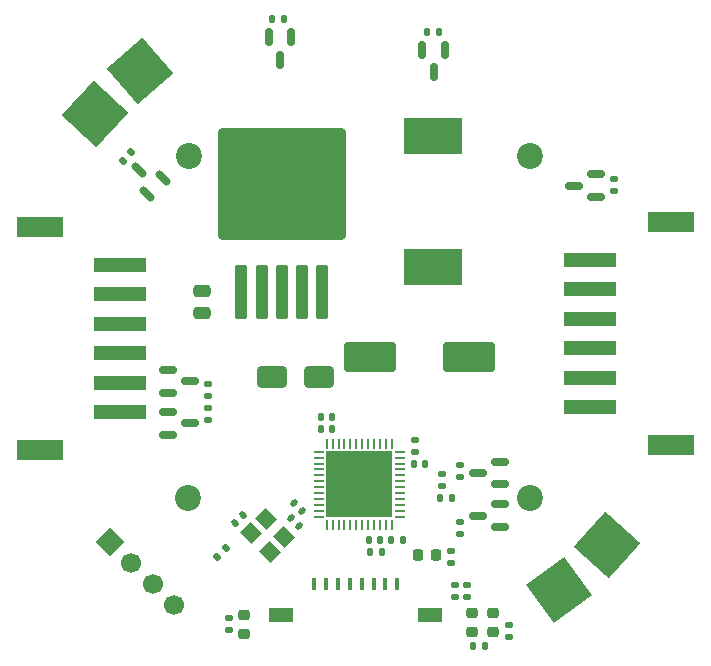
<source format=gbr>
%TF.GenerationSoftware,KiCad,Pcbnew,8.0.1*%
%TF.CreationDate,2024-11-14T00:10:28-08:00*%
%TF.ProjectId,motor_control_design,6d6f746f-725f-4636-9f6e-74726f6c5f64,rev?*%
%TF.SameCoordinates,Original*%
%TF.FileFunction,Soldermask,Top*%
%TF.FilePolarity,Negative*%
%FSLAX46Y46*%
G04 Gerber Fmt 4.6, Leading zero omitted, Abs format (unit mm)*
G04 Created by KiCad (PCBNEW 8.0.1) date 2024-11-14 00:10:28*
%MOMM*%
%LPD*%
G01*
G04 APERTURE LIST*
G04 Aperture macros list*
%AMRoundRect*
0 Rectangle with rounded corners*
0 $1 Rounding radius*
0 $2 $3 $4 $5 $6 $7 $8 $9 X,Y pos of 4 corners*
0 Add a 4 corners polygon primitive as box body*
4,1,4,$2,$3,$4,$5,$6,$7,$8,$9,$2,$3,0*
0 Add four circle primitives for the rounded corners*
1,1,$1+$1,$2,$3*
1,1,$1+$1,$4,$5*
1,1,$1+$1,$6,$7*
1,1,$1+$1,$8,$9*
0 Add four rect primitives between the rounded corners*
20,1,$1+$1,$2,$3,$4,$5,0*
20,1,$1+$1,$4,$5,$6,$7,0*
20,1,$1+$1,$6,$7,$8,$9,0*
20,1,$1+$1,$8,$9,$2,$3,0*%
%AMHorizOval*
0 Thick line with rounded ends*
0 $1 width*
0 $2 $3 position (X,Y) of the first rounded end (center of the circle)*
0 $4 $5 position (X,Y) of the second rounded end (center of the circle)*
0 Add line between two ends*
20,1,$1,$2,$3,$4,$5,0*
0 Add two circle primitives to create the rounded ends*
1,1,$1,$2,$3*
1,1,$1,$4,$5*%
%AMRotRect*
0 Rectangle, with rotation*
0 The origin of the aperture is its center*
0 $1 length*
0 $2 width*
0 $3 Rotation angle, in degrees counterclockwise*
0 Add horizontal line*
21,1,$1,$2,0,0,$3*%
G04 Aperture macros list end*
%ADD10RoundRect,0.140000X0.219203X0.021213X0.021213X0.219203X-0.219203X-0.021213X-0.021213X-0.219203X0*%
%ADD11RoundRect,0.135000X0.185000X-0.135000X0.185000X0.135000X-0.185000X0.135000X-0.185000X-0.135000X0*%
%ADD12RoundRect,0.150000X0.521491X-0.309359X-0.309359X0.521491X-0.521491X0.309359X0.309359X-0.521491X0*%
%ADD13RoundRect,0.218750X0.256250X-0.218750X0.256250X0.218750X-0.256250X0.218750X-0.256250X-0.218750X0*%
%ADD14RoundRect,0.135000X-0.185000X0.135000X-0.185000X-0.135000X0.185000X-0.135000X0.185000X0.135000X0*%
%ADD15RoundRect,0.250000X-0.475000X0.250000X-0.475000X-0.250000X0.475000X-0.250000X0.475000X0.250000X0*%
%ADD16RoundRect,0.218750X-0.218750X-0.256250X0.218750X-0.256250X0.218750X0.256250X-0.218750X0.256250X0*%
%ADD17RoundRect,0.135000X-0.035355X0.226274X-0.226274X0.035355X0.035355X-0.226274X0.226274X-0.035355X0*%
%ADD18RoundRect,0.140000X-0.140000X-0.170000X0.140000X-0.170000X0.140000X0.170000X-0.140000X0.170000X0*%
%ADD19RoundRect,0.062500X0.062500X-0.375000X0.062500X0.375000X-0.062500X0.375000X-0.062500X-0.375000X0*%
%ADD20RoundRect,0.062500X0.375000X-0.062500X0.375000X0.062500X-0.375000X0.062500X-0.375000X-0.062500X0*%
%ADD21R,5.600000X5.600000*%
%ADD22RoundRect,0.250000X-1.000000X-0.650000X1.000000X-0.650000X1.000000X0.650000X-1.000000X0.650000X0*%
%ADD23RotRect,4.000000X4.000000X227.000000*%
%ADD24R,0.400000X1.000000*%
%ADD25R,2.000000X1.300000*%
%ADD26RoundRect,0.135000X0.135000X0.185000X-0.135000X0.185000X-0.135000X-0.185000X0.135000X-0.185000X0*%
%ADD27RoundRect,0.140000X-0.170000X0.140000X-0.170000X-0.140000X0.170000X-0.140000X0.170000X0.140000X0*%
%ADD28RoundRect,0.250000X-1.950000X-1.000000X1.950000X-1.000000X1.950000X1.000000X-1.950000X1.000000X0*%
%ADD29C,2.200000*%
%ADD30RoundRect,0.150000X-0.150000X0.587500X-0.150000X-0.587500X0.150000X-0.587500X0.150000X0.587500X0*%
%ADD31RoundRect,0.150000X0.587500X0.150000X-0.587500X0.150000X-0.587500X-0.150000X0.587500X-0.150000X0*%
%ADD32RotRect,1.700000X1.700000X45.000000*%
%ADD33HorizOval,1.700000X0.000000X0.000000X0.000000X0.000000X0*%
%ADD34RotRect,4.000000X4.000000X131.000000*%
%ADD35RoundRect,0.150000X-0.587500X-0.150000X0.587500X-0.150000X0.587500X0.150000X-0.587500X0.150000X0*%
%ADD36RoundRect,0.250000X0.300000X-2.050000X0.300000X2.050000X-0.300000X2.050000X-0.300000X-2.050000X0*%
%ADD37RoundRect,0.250002X5.149998X-4.449998X5.149998X4.449998X-5.149998X4.449998X-5.149998X-4.449998X0*%
%ADD38RotRect,4.000000X4.000000X138.000000*%
%ADD39RotRect,1.400000X1.200000X135.000000*%
%ADD40RoundRect,0.140000X0.021213X-0.219203X0.219203X-0.021213X-0.021213X0.219203X-0.219203X0.021213X0*%
%ADD41RoundRect,0.135000X-0.135000X-0.185000X0.135000X-0.185000X0.135000X0.185000X-0.135000X0.185000X0*%
%ADD42RoundRect,0.140000X0.140000X0.170000X-0.140000X0.170000X-0.140000X-0.170000X0.140000X-0.170000X0*%
%ADD43R,4.495800X1.295400*%
%ADD44R,3.911600X1.803400*%
%ADD45RoundRect,0.135000X0.035355X-0.226274X0.226274X-0.035355X-0.035355X0.226274X-0.226274X0.035355X0*%
%ADD46RotRect,4.000000X4.000000X36.000000*%
%ADD47R,5.000000X3.100000*%
G04 APERTURE END LIST*
D10*
%TO.C,C4*%
X144484411Y-104733411D03*
X143805589Y-104054589D03*
%TD*%
D11*
%TO.C,R21*%
X157861000Y-106681999D03*
X157861000Y-105662001D03*
%TD*%
D12*
%TO.C,Q13*%
X131337074Y-77816577D03*
X132680577Y-76473074D03*
X130683000Y-75819000D03*
%TD*%
D13*
%TO.C,D2*%
X158879000Y-114937000D03*
X158879000Y-113361998D03*
%TD*%
D14*
%TO.C,R3*%
X157480000Y-110996001D03*
X157480000Y-112015999D03*
%TD*%
D15*
%TO.C,C14*%
X136017000Y-86045001D03*
X136017000Y-87944999D03*
%TD*%
D16*
%TO.C,FB1*%
X154279500Y-108458000D03*
X155854500Y-108458000D03*
%TD*%
D17*
%TO.C,R1*%
X138028624Y-107843376D03*
X137307376Y-108564624D03*
%TD*%
D18*
%TO.C,C7*%
X153952000Y-100711000D03*
X154912000Y-100711000D03*
%TD*%
D19*
%TO.C,U1*%
X146583570Y-105864500D03*
X147083570Y-105864500D03*
X147583571Y-105864500D03*
X148083570Y-105864500D03*
X148583569Y-105864500D03*
X149083570Y-105864500D03*
X149583570Y-105864500D03*
X150083571Y-105864500D03*
X150583570Y-105864500D03*
X151083569Y-105864500D03*
X151583570Y-105864500D03*
X152083570Y-105864500D03*
D20*
X152771070Y-105177000D03*
X152771070Y-104677000D03*
X152771070Y-104176999D03*
X152771070Y-103677000D03*
X152771070Y-103177001D03*
X152771070Y-102677000D03*
X152771070Y-102177000D03*
X152771070Y-101676999D03*
X152771070Y-101177000D03*
X152771070Y-100677001D03*
X152771070Y-100177000D03*
X152771070Y-99677000D03*
D19*
X152083570Y-98989500D03*
X151583570Y-98989500D03*
X151083569Y-98989500D03*
X150583570Y-98989500D03*
X150083571Y-98989500D03*
X149583570Y-98989500D03*
X149083570Y-98989500D03*
X148583569Y-98989500D03*
X148083570Y-98989500D03*
X147583571Y-98989500D03*
X147083570Y-98989500D03*
X146583570Y-98989500D03*
D20*
X145896070Y-99677000D03*
X145896070Y-100177000D03*
X145896070Y-100677001D03*
X145896070Y-101177000D03*
X145896070Y-101676999D03*
X145896070Y-102177000D03*
X145896070Y-102677000D03*
X145896070Y-103177001D03*
X145896070Y-103677000D03*
X145896070Y-104176999D03*
X145896070Y-104677000D03*
X145896070Y-105177000D03*
D21*
X149333570Y-102427000D03*
%TD*%
D22*
%TO.C,D11*%
X141922998Y-93345000D03*
X145923000Y-93345000D03*
%TD*%
D23*
%TO.C,J4*%
X127000000Y-71120000D03*
%TD*%
D13*
%TO.C,D3*%
X160657000Y-114937000D03*
X160657000Y-113361998D03*
%TD*%
D24*
%TO.C,J5*%
X145548000Y-110838000D03*
X146548000Y-110838000D03*
X147548000Y-110838000D03*
X148548000Y-110838000D03*
X149548000Y-110838000D03*
X150548000Y-110838000D03*
X151548000Y-110838000D03*
X152548000Y-110838000D03*
D25*
X142748000Y-113538000D03*
X155348000Y-113538000D03*
%TD*%
D26*
%TO.C,R24*%
X156084999Y-64135000D03*
X155065001Y-64135000D03*
%TD*%
D27*
%TO.C,C11*%
X157099000Y-108105000D03*
X157099000Y-109065000D03*
%TD*%
D28*
%TO.C,C15*%
X150241000Y-91694000D03*
X158641000Y-91694000D03*
%TD*%
D10*
%TO.C,C2*%
X144230411Y-106003411D03*
X143551589Y-105324589D03*
%TD*%
D11*
%TO.C,R8*%
X162054000Y-115395997D03*
X162054000Y-114375999D03*
%TD*%
D29*
%TO.C,*%
X134886970Y-74653262D03*
%TD*%
D30*
%TO.C,Q4*%
X143571000Y-64594500D03*
X141671000Y-64594500D03*
X142621000Y-66469501D03*
%TD*%
D31*
%TO.C,Q5*%
X169418000Y-78105000D03*
X169418000Y-76205000D03*
X167542999Y-77155000D03*
%TD*%
D29*
%TO.C,*%
X134836970Y-103603262D03*
%TD*%
%TO.C,*%
X163836970Y-74603262D03*
%TD*%
D14*
%TO.C,R10*%
X136525000Y-96012000D03*
X136525000Y-97031998D03*
%TD*%
D11*
%TO.C,R9*%
X136525000Y-94997999D03*
X136525000Y-93978001D03*
%TD*%
D32*
%TO.C,J2*%
X128251949Y-107296949D03*
D33*
X130048000Y-109093000D03*
X131844051Y-110889051D03*
X133640103Y-112685103D03*
%TD*%
D34*
%TO.C,J3*%
X130810000Y-67437000D03*
%TD*%
D11*
%TO.C,R2*%
X158496000Y-112015999D03*
X158496000Y-110996001D03*
%TD*%
%TO.C,R17*%
X170942000Y-77597000D03*
X170942000Y-76577002D03*
%TD*%
D18*
%TO.C,C1*%
X146078000Y-96774000D03*
X147038000Y-96774000D03*
%TD*%
D35*
%TO.C,Q10*%
X133126000Y-96332000D03*
X133126000Y-98232000D03*
X135001000Y-97282000D03*
%TD*%
D14*
%TO.C,R22*%
X157861000Y-100836001D03*
X157861000Y-101855999D03*
%TD*%
D11*
%TO.C,R5*%
X138303000Y-114809999D03*
X138303000Y-113790001D03*
%TD*%
D29*
%TO.C,*%
X163836970Y-103603262D03*
%TD*%
D36*
%TO.C,U3*%
X139367000Y-86124000D03*
X141067000Y-86123999D03*
X142767000Y-86124000D03*
D37*
X142767000Y-76974000D03*
D36*
X144467000Y-86123999D03*
X146167000Y-86124000D03*
%TD*%
D31*
%TO.C,Q11*%
X161290000Y-106040000D03*
X161290000Y-104140000D03*
X159414999Y-105090000D03*
%TD*%
D14*
%TO.C,R11*%
X156337000Y-101598001D03*
X156337000Y-102617999D03*
%TD*%
D38*
%TO.C,J10*%
X170307000Y-107569000D03*
%TD*%
D31*
%TO.C,Q12*%
X161260001Y-102423000D03*
X161260001Y-100523000D03*
X159385000Y-101473000D03*
%TD*%
D18*
%TO.C,C3*%
X152047000Y-107188000D03*
X153007000Y-107188000D03*
%TD*%
D39*
%TO.C,Y1*%
X142965716Y-106934000D03*
X141410081Y-105378365D03*
X140208000Y-106580446D03*
X141763635Y-108136081D03*
%TD*%
D26*
%TO.C,R6*%
X143003999Y-63070499D03*
X141984001Y-63070499D03*
%TD*%
D18*
%TO.C,C8*%
X146078000Y-97790000D03*
X147038000Y-97790000D03*
%TD*%
D35*
%TO.C,Q8*%
X133126000Y-92776000D03*
X133126000Y-94676000D03*
X135001000Y-93726000D03*
%TD*%
D40*
%TO.C,C5*%
X138852589Y-105749411D03*
X139531411Y-105070589D03*
%TD*%
D41*
%TO.C,R7*%
X159004000Y-116155998D03*
X160024000Y-116155998D03*
%TD*%
D42*
%TO.C,C9*%
X151102000Y-107188000D03*
X150142000Y-107188000D03*
%TD*%
%TO.C,C10*%
X151229000Y-108204000D03*
X150269000Y-108204000D03*
%TD*%
D43*
%TO.C,J6*%
X129110946Y-83830497D03*
X129110946Y-86330501D03*
X129110948Y-88830496D03*
X129110945Y-91330496D03*
X129110944Y-93830497D03*
X129110949Y-96330498D03*
D44*
X122310944Y-80630497D03*
X122310953Y-99530498D03*
%TD*%
D13*
%TO.C,D1*%
X139573000Y-115087501D03*
X139573000Y-113512499D03*
%TD*%
D43*
%TO.C,J8*%
X168912200Y-95911999D03*
X168912200Y-93411995D03*
X168912198Y-90912000D03*
X168912201Y-88412000D03*
X168912202Y-85911999D03*
X168912197Y-83411998D03*
D44*
X175712202Y-99111999D03*
X175712194Y-80211998D03*
%TD*%
D45*
%TO.C,R4*%
X129306376Y-75036624D03*
X130027624Y-74315376D03*
%TD*%
D27*
%TO.C,C6*%
X154051000Y-98707000D03*
X154051000Y-99667000D03*
%TD*%
D46*
%TO.C,J9*%
X166243000Y-111379000D03*
%TD*%
D41*
%TO.C,R12*%
X156208000Y-103632000D03*
X157228000Y-103632000D03*
%TD*%
D47*
%TO.C,L1*%
X155575000Y-72973998D03*
X155575000Y-84074000D03*
%TD*%
D30*
%TO.C,Q16*%
X156586000Y-65659000D03*
X154686000Y-65659000D03*
X155636000Y-67534001D03*
%TD*%
M02*

</source>
